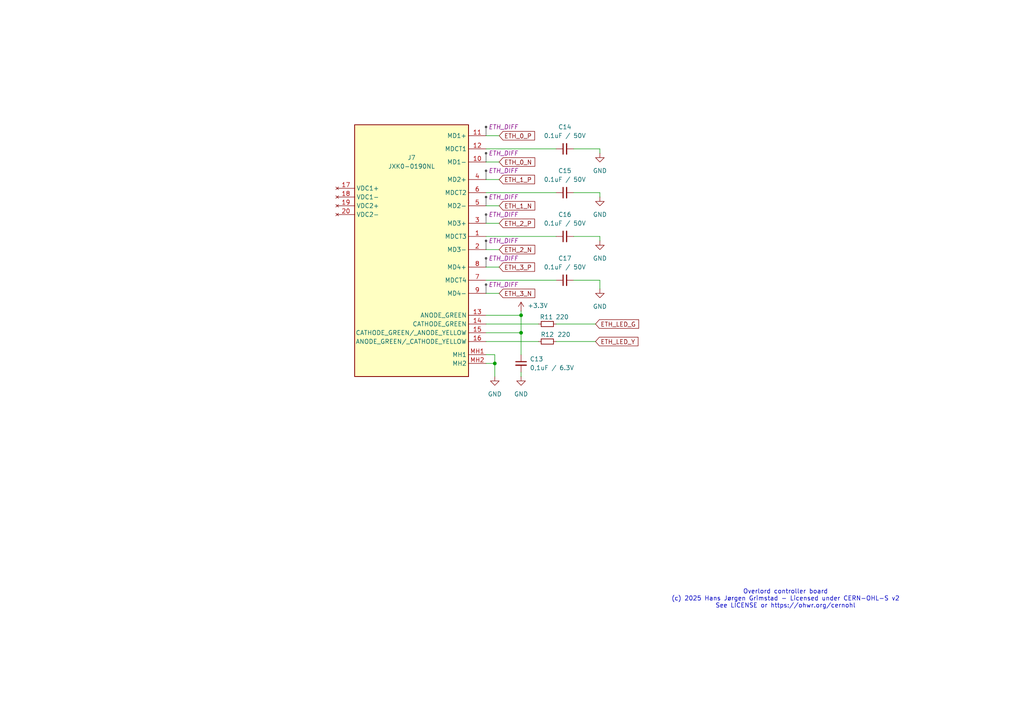
<source format=kicad_sch>
(kicad_sch (version 20231120) (generator "eeschema") (generator_version "8.0")
  (paper "A4")
  (title_block (title "Ethernet"))
  (lib_symbols
    (symbol "Device:C_Small" (pin_numbers hide) (pin_names (offset 0.254) hide)
      (property "Reference" "C" (at 0.254 1.778 0))
      (property "Value" "C_Small" (at 0.254 -2.032 0))
      (symbol "C_Small_0_1"
        (polyline (pts (xy -1.524 -0.508) (xy 1.524 -0.508)) (stroke (width 0.3302)))
        (polyline (pts (xy -1.524 0.508) (xy 1.524 0.508)) (stroke (width 0.3048)))
      )
      (symbol "C_Small_1_1"
        (pin passive line (at 0 2.54 270) (length 2.032) (name "~") (number "1"))
        (pin passive line (at 0 -2.54 90) (length 2.032) (name "~") (number "2"))
      )
    )
    (symbol "Device:R_Small" (pin_numbers hide) (pin_names (offset 0.254) hide)
      (property "Reference" "R" (at 0.762 0.508 0))
      (property "Value" "R_Small" (at 0.762 -1.016 0))
      (symbol "R_Small_0_1"
        (rectangle (start -0.762 1.778) (end 0.762 -1.778) (stroke (width 0.2032)))
      )
      (symbol "R_Small_1_1"
        (pin passive line (at 0 2.54 270) (length 0.762) (name "~") (number "1"))
        (pin passive line (at 0 -2.54 90) (length 0.762) (name "~") (number "2"))
      )
    )
    (symbol "TimeExpander_sym:JXK0-0190NL"
      (property "Reference" "J" (at 5.588 19.812 0))
      (property "Value" "JXK0-0190NL" (at 5.334 -42.418 0))
      (symbol "JXK0-0190NL_1_1"
        (rectangle (start 5.08 32.385) (end 38.1 -40.64) (stroke (width 0.254)) (fill (type background)))
        (pin passive line (at 43.18 0 180) (length 5.08) (name "MDCT3") (number "1"))
        (pin passive line (at 43.18 21.59 180) (length 5.08) (name "MD1-") (number "10"))
        (pin passive line (at 43.18 29.21 180) (length 5.08) (name "MD1+") (number "11"))
        (pin passive line (at 43.18 25.4 180) (length 5.08) (name "MDCT1") (number "12"))
        (pin passive line (at 43.18 -22.86 180) (length 5.08) (name "ANODE_GREEN") (number "13"))
        (pin passive line (at 43.18 -25.4 180) (length 5.08) (name "CATHODE_GREEN") (number "14"))
        (pin passive line (at 43.18 -27.94 180) (length 5.08) (name "CATHODE_GREEN/_ANODE_YELLOW") (number "15"))
        (pin passive line (at 43.18 -30.48 180) (length 5.08) (name "ANODE_GREEN/_CATHODE_YELLOW") (number "16"))
        (pin no_connect line (at 0 13.97 0) (length 5.08) (name "VDC1+") (number "17"))
        (pin no_connect line (at 0 11.43 0) (length 5.08) (name "VDC1-") (number "18"))
        (pin no_connect line (at 0 8.89 0) (length 5.08) (name "VDC2+") (number "19"))
        (pin passive line (at 43.18 -3.81 180) (length 5.08) (name "MD3-") (number "2"))
        (pin no_connect line (at 0 6.35 0) (length 5.08) (name "VDC2-") (number "20"))
        (pin passive line (at 43.18 3.81 180) (length 5.08) (name "MD3+") (number "3"))
        (pin passive line (at 43.18 16.51 180) (length 5.08) (name "MD2+") (number "4"))
        (pin passive line (at 43.18 8.89 180) (length 5.08) (name "MD2-") (number "5"))
        (pin passive line (at 43.18 12.7 180) (length 5.08) (name "MDCT2") (number "6"))
        (pin passive line (at 43.18 -12.7 180) (length 5.08) (name "MDCT4") (number "7"))
        (pin passive line (at 43.18 -8.89 180) (length 5.08) (name "MD4+") (number "8"))
        (pin passive line (at 43.18 -16.51 180) (length 5.08) (name "MD4-") (number "9"))
        (pin passive line (at 43.18 -34.29 180) (length 5.08) (name "MH1") (number "MH1"))
        (pin passive line (at 43.18 -36.83 180) (length 5.08) (name "MH2") (number "MH2"))
      )
    )
    (symbol "power:+3.3V" (power) (pin_numbers hide) (pin_names (offset 0) hide)
      (property "Value" "+3.3V" (at 0 3.556 0))
      (symbol "+3.3V_0_1"
        (polyline (pts (xy -0.762 1.27) (xy 0 2.54)))
        (polyline (pts (xy 0 0) (xy 0 2.54)))
        (polyline (pts (xy 0 2.54) (xy 0.762 1.27)))
      )
      (symbol "+3.3V_1_1"
        (pin power_in line (at 0 0 90) (length 0) (name "~") (number "1"))
      )
    )
    (symbol "power:GND" (power) (pin_numbers hide) (pin_names (offset 0) hide)
      (property "Value" "GND" (at 0 -3.81 0))
      (symbol "GND_0_1"
        (polyline (pts (xy 0 0) (xy 0 -1.27) (xy 1.27 -1.27) (xy 0 -2.54) (xy -1.27 -1.27) (xy 0 -1.27)))
      )
      (symbol "GND_1_1"
        (pin power_in line (at 0 0 270) (length 0) (name "~") (number "1"))
      )
    )
  )
  (junction (at 151.13 91.44))
  (junction (at 151.13 96.52))
  (junction (at 143.51 105.41))
  (wire (pts (xy 140.97 39.37) (xy 144.78 39.37)))
  (wire (pts (xy 151.13 91.44) (xy 151.13 96.52)))
  (wire (pts (xy 166.37 55.88) (xy 173.99 55.88)))
  (wire (pts (xy 151.13 90.17) (xy 151.13 91.44)))
  (wire (pts (xy 140.97 77.47) (xy 144.78 77.47)))
  (wire (pts (xy 140.97 81.28) (xy 161.29 81.28)))
  (wire (pts (xy 140.97 99.06) (xy 156.21 99.06)))
  (wire (pts (xy 173.99 81.28) (xy 173.99 83.82)))
  (wire (pts (xy 140.97 68.58) (xy 161.29 68.58)))
  (wire (pts (xy 140.97 64.77) (xy 144.78 64.77)))
  (wire (pts (xy 173.99 55.88) (xy 173.99 57.15)))
  (wire (pts (xy 140.97 55.88) (xy 161.29 55.88)))
  (wire (pts (xy 140.97 93.98) (xy 156.21 93.98)))
  (wire (pts (xy 173.99 68.58) (xy 173.99 69.85)))
  (wire (pts (xy 140.97 105.41) (xy 143.51 105.41)))
  (wire (pts (xy 166.37 68.58) (xy 173.99 68.58)))
  (wire (pts (xy 151.13 107.95) (xy 151.13 109.22)))
  (wire (pts (xy 140.97 85.09) (xy 144.78 85.09)))
  (wire (pts (xy 140.97 59.69) (xy 144.78 59.69)))
  (wire (pts (xy 140.97 91.44) (xy 151.13 91.44)))
  (wire (pts (xy 166.37 43.18) (xy 173.99 43.18)))
  (wire (pts (xy 143.51 105.41) (xy 143.51 109.22)))
  (wire (pts (xy 173.99 43.18) (xy 173.99 44.45)))
  (wire (pts (xy 140.97 72.39) (xy 144.78 72.39)))
  (wire (pts (xy 161.29 99.06) (xy 172.72 99.06)))
  (wire (pts (xy 166.37 81.28) (xy 173.99 81.28)))
  (wire (pts (xy 140.97 46.99) (xy 144.78 46.99)))
  (wire (pts (xy 140.97 52.07) (xy 144.78 52.07)))
  (wire (pts (xy 143.51 102.87) (xy 143.51 105.41)))
  (wire (pts (xy 140.97 43.18) (xy 161.29 43.18)))
  (wire (pts (xy 140.97 102.87) (xy 143.51 102.87)))
  (wire (pts (xy 151.13 96.52) (xy 151.13 102.87)))
  (wire (pts (xy 161.29 93.98) (xy 172.72 93.98)))
  (wire (pts (xy 140.97 96.52) (xy 151.13 96.52)))
  (text "Overlord controller board\n(c) 2025 Hans Jørgen Grimstad - Licensed under CERN-OHL-S v2\nSee LICENSE or https://ohwr.org/cernohl" (at 227.838 173.736 0) (effects (font (size 1.27 1.27))))
  (global_label "ETH_0_P" (shape input) (at 144.78 39.37 0) (property "Intersheetrefs" "${INTERSHEET_REFS}" (effects (hide yes))))
  (global_label "ETH_LED_G" (shape input) (at 172.72 93.98 0) (property "Intersheetrefs" "${INTERSHEET_REFS}" (effects (hide yes))))
  (global_label "ETH_3_N" (shape input) (at 144.78 85.09 0) (property "Intersheetrefs" "${INTERSHEET_REFS}" (effects (hide yes))))
  (global_label "ETH_1_N" (shape input) (at 144.78 59.69 0) (property "Intersheetrefs" "${INTERSHEET_REFS}" (effects (hide yes))))
  (global_label "ETH_3_P" (shape input) (at 144.78 77.47 0) (property "Intersheetrefs" "${INTERSHEET_REFS}" (effects (hide yes))))
  (global_label "ETH_2_P" (shape input) (at 144.78 64.77 0) (property "Intersheetrefs" "${INTERSHEET_REFS}" (effects (hide yes))))
  (global_label "ETH_0_N" (shape input) (at 144.78 46.99 0) (property "Intersheetrefs" "${INTERSHEET_REFS}" (effects (hide yes))))
  (global_label "ETH_LED_Y" (shape input) (at 172.72 99.06 0) (property "Intersheetrefs" "${INTERSHEET_REFS}" (effects (hide yes))))
  (global_label "ETH_2_N" (shape input) (at 144.78 72.39 0) (property "Intersheetrefs" "${INTERSHEET_REFS}" (effects (hide yes))))
  (global_label "ETH_1_P" (shape input) (at 144.78 52.07 0) (property "Intersheetrefs" "${INTERSHEET_REFS}" (effects (hide yes))))
  (netclass_flag "" (length 2.54) (shape dot) (at 140.97 39.37 0) (property "Netclass" "ETH_DIFF" (at 141.6685 36.83 0) (effects (font (italic yes)) (justify left))))
  (netclass_flag "" (length 2.54) (shape dot) (at 140.97 85.09 0) (property "Netclass" "ETH_DIFF" (at 141.6685 82.55 0) (effects (font (italic yes)) (justify left))))
  (netclass_flag "" (length 2.54) (shape dot) (at 140.97 46.99 0) (property "Netclass" "ETH_DIFF" (at 141.6685 44.45 0) (effects (font (italic yes)) (justify left))))
  (netclass_flag "" (length 2.54) (shape dot) (at 140.97 77.47 0) (property "Netclass" "ETH_DIFF" (at 141.6685 74.93 0) (effects (font (italic yes)) (justify left))))
  (netclass_flag "" (length 2.54) (shape dot) (at 140.97 52.07 0) (property "Netclass" "ETH_DIFF" (at 141.6685 49.53 0) (effects (font (italic yes)) (justify left))))
  (netclass_flag "" (length 2.54) (shape dot) (at 140.97 59.69 0) (property "Netclass" "ETH_DIFF" (at 141.6685 57.15 0) (effects (font (italic yes)) (justify left))))
  (netclass_flag "" (length 2.54) (shape dot) (at 140.97 72.39 0) (property "Netclass" "ETH_DIFF" (at 141.6685 69.85 0) (effects (font (italic yes)) (justify left))))
  (netclass_flag "" (length 2.54) (shape dot) (at 140.97 64.77 0) (property "Netclass" "ETH_DIFF" (at 141.6685 62.23 0) (effects (font (italic yes)) (justify left))))
  (symbol (lib_id "power:GND") (at 143.51 109.22 0) (unit 1)
    (property "Reference" "#PWR053" (effects (hide yes)))
    (property "Value" "GND" (at 143.51 114.3 0))
    (property "Description" "Power symbol creates a global label with name \"GND\" , ground" (effects (hide yes)))
  )
  (symbol (lib_id "power:GND") (at 173.99 57.15 0) (unit 1)
    (property "Reference" "#PWR057" (effects (hide yes)))
    (property "Value" "GND" (at 173.99 62.23 0))
    (property "Description" "Power symbol creates a global label with name \"GND\" , ground" (effects (hide yes)))
  )
  (symbol (lib_id "TimeExpander_sym:JXK0-0190NL") (at 97.79 68.58 0) (unit 1)
    (property "Reference" "J7" (at 119.38 45.72 0))
    (property "Value" "JXK0-0190NL" (at 119.38 48.26 0))
    (property "Footprint" "TimeExpander:CONN20_0-0190NL_PUL" (effects (hide yes)))
    (property "Datasheet" "https://productfinder.pulseeng.com/doc_type/WEB301/doc_num/J432/doc_part/J432.pdf" (effects (hide yes)))
    (property "Description" "PULSE ELECTRONICS - JXK0-0190NL - RJ45 CONNECTOR, JACK, 8P8C, THT" (effects (hide yes)))
    (property "Height" "13.87" (effects (hide yes)))
    (property "Mouser Part Number" "673-JXK0-0190NL" (effects (hide yes)))
    (property "Mouser Price/Stock" "https://www.mouser.co.uk/ProductDetail/Pulse-Electronics/JXK0-0190NL?qs=opBjA1TV902iUOiQ%2FQv9jg%3D%3D" (effects (hide yes)))
    (property "Manufacturer_Name" "Pulse Electronics" (effects (hide yes)))
    (property "Manufacturer_Part_Number" "JXK0-0190NL" (effects (hide yes)))
  )
  (symbol (lib_id "power:GND") (at 151.13 109.22 0) (unit 1)
    (property "Reference" "#PWR055" (effects (hide yes)))
    (property "Value" "GND" (at 151.13 114.3 0))
    (property "Description" "Power symbol creates a global label with name \"GND\" , ground" (effects (hide yes)))
  )
  (symbol (lib_id "power:GND") (at 173.99 44.45 0) (unit 1)
    (property "Reference" "#PWR056" (effects (hide yes)))
    (property "Value" "GND" (at 173.99 49.53 0))
    (property "Description" "Power symbol creates a global label with name \"GND\" , ground" (effects (hide yes)))
  )
  (symbol (lib_id "Device:C_Small") (at 151.13 105.41 0) (unit 1)
    (property "Reference" "C13" (at 153.67 104.1462 0) (effects (justify left)))
    (property "Value" "0,1uF / 6.3V" (at 153.67 106.6862 0) (effects (justify left)))
    (property "Footprint" "Capacitor_SMD:C_0603_1608Metric" (effects (hide yes)))
    (property "Description" "Unpolarized capacitor, small symbol" (effects (hide yes)))
  )
  (symbol (lib_id "power:+3.3V") (at 151.13 90.17 0) (unit 1)
    (property "Reference" "#PWR054" (effects (hide yes)))
    (property "Value" "+3.3V" (at 155.956 88.646 0))
    (property "Description" "Power symbol creates a global label with name \"+3.3V\"" (effects (hide yes)))
  )
  (symbol (lib_id "Device:C_Small") (at 163.83 68.58 90) (unit 1)
    (property "Reference" "C16" (at 163.8363 62.23 90))
    (property "Value" "0.1uF / 50V" (at 163.8363 64.77 90))
    (property "Footprint" "Capacitor_SMD:C_0603_1608Metric" (effects (hide yes)))
    (property "Description" "Unpolarized capacitor, small symbol" (effects (hide yes)))
  )
  (symbol (lib_id "Device:R_Small") (at 158.75 93.98 270) (unit 1)
    (property "Reference" "R11" (at 158.496 91.948 90))
    (property "Value" "220" (at 163.068 91.948 90))
    (property "Footprint" "Resistor_SMD:R_0402_1005Metric" (effects (hide yes)))
    (property "Description" "Resistor, small symbol" (effects (hide yes)))
  )
  (symbol (lib_id "Device:R_Small") (at 158.75 99.06 270) (unit 1)
    (property "Reference" "R12" (at 158.75 97.028 90))
    (property "Value" "220" (at 163.576 97.028 90))
    (property "Footprint" "Resistor_SMD:R_0402_1005Metric" (effects (hide yes)))
    (property "Description" "Resistor, small symbol" (effects (hide yes)))
  )
  (symbol (lib_id "Device:C_Small") (at 163.83 43.18 90) (unit 1)
    (property "Reference" "C14" (at 163.8363 36.83 90))
    (property "Value" "0.1uF / 50V" (at 163.8363 39.37 90))
    (property "Footprint" "Capacitor_SMD:C_0603_1608Metric" (effects (hide yes)))
    (property "Description" "Unpolarized capacitor, small symbol" (effects (hide yes)))
  )
  (symbol (lib_id "power:GND") (at 173.99 69.85 0) (unit 1)
    (property "Reference" "#PWR058" (effects (hide yes)))
    (property "Value" "GND" (at 173.99 74.93 0))
    (property "Description" "Power symbol creates a global label with name \"GND\" , ground" (effects (hide yes)))
  )
  (symbol (lib_id "Device:C_Small") (at 163.83 81.28 90) (unit 1)
    (property "Reference" "C17" (at 163.8363 74.93 90))
    (property "Value" "0.1uF / 50V" (at 163.8363 77.47 90))
    (property "Footprint" "Capacitor_SMD:C_0603_1608Metric" (effects (hide yes)))
    (property "Description" "Unpolarized capacitor, small symbol" (effects (hide yes)))
  )
  (symbol (lib_id "Device:C_Small") (at 163.83 55.88 90) (unit 1)
    (property "Reference" "C15" (at 163.8363 49.53 90))
    (property "Value" "0.1uF / 50V" (at 163.8363 52.07 90))
    (property "Footprint" "Capacitor_SMD:C_0603_1608Metric" (effects (hide yes)))
    (property "Description" "Unpolarized capacitor, small symbol" (effects (hide yes)))
  )
  (symbol (lib_id "power:GND") (at 173.99 83.82 0) (unit 1)
    (property "Reference" "#PWR059" (effects (hide yes)))
    (property "Value" "GND" (at 173.99 88.9 0))
    (property "Description" "Power symbol creates a global label with name \"GND\" , ground" (effects (hide yes)))
  )
)
</source>
